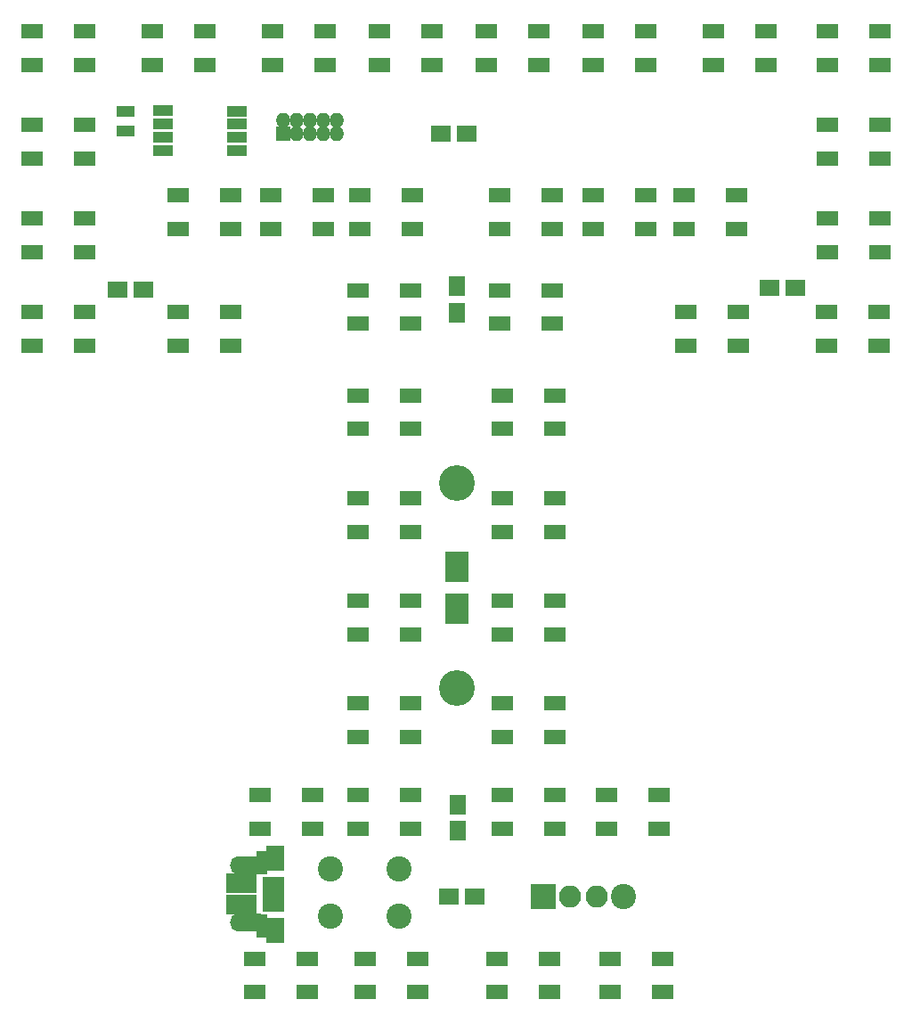
<source format=gbr>
G04 #@! TF.GenerationSoftware,KiCad,Pcbnew,(5.0.0)*
G04 #@! TF.CreationDate,2020-03-01T19:28:45-05:00*
G04 #@! TF.ProjectId,WS2812B Tiny T,575332383132422054696E7920542E6B,rev?*
G04 #@! TF.SameCoordinates,Original*
G04 #@! TF.FileFunction,Soldermask,Top*
G04 #@! TF.FilePolarity,Negative*
%FSLAX46Y46*%
G04 Gerber Fmt 4.6, Leading zero omitted, Abs format (unit mm)*
G04 Created by KiCad (PCBNEW (5.0.0)) date 03/01/20 19:28:45*
%MOMM*%
%LPD*%
G01*
G04 APERTURE LIST*
%ADD10C,3.400000*%
%ADD11R,2.000000X1.400000*%
%ADD12R,1.900000X1.650000*%
%ADD13R,1.650000X1.900000*%
%ADD14C,2.400000*%
%ADD15R,1.700000X1.100000*%
%ADD16R,1.950000X1.000000*%
%ADD17R,2.200000X2.900000*%
%ADD18O,2.100000X2.100000*%
%ADD19R,2.400000X2.400000*%
%ADD20O,1.400000X1.400000*%
%ADD21R,1.400000X1.400000*%
%ADD22R,2.900000X1.825000*%
%ADD23R,1.100000X2.225000*%
%ADD24O,3.550000X1.700000*%
%ADD25R,1.800000X2.400000*%
%ADD26R,2.150000X0.800000*%
G04 APERTURE END LIST*
D10*
G04 #@! TO.C,J1*
X127512000Y-121412000D03*
X127512000Y-101912000D03*
G04 #@! TD*
D11*
G04 #@! TO.C,U1*
X87162000Y-85712500D03*
X87162000Y-88912500D03*
X92162000Y-85712500D03*
X92162000Y-88912500D03*
G04 #@! TD*
G04 #@! TO.C,U2*
X92162000Y-80022500D03*
X92162000Y-76822500D03*
X87162000Y-80022500D03*
X87162000Y-76822500D03*
G04 #@! TD*
G04 #@! TO.C,U3*
X87162000Y-67932500D03*
X87162000Y-71132500D03*
X92162000Y-67932500D03*
X92162000Y-71132500D03*
G04 #@! TD*
G04 #@! TO.C,U4*
X92162000Y-62242500D03*
X92162000Y-59042500D03*
X87162000Y-62242500D03*
X87162000Y-59042500D03*
G04 #@! TD*
G04 #@! TO.C,U5*
X98592000Y-59042500D03*
X98592000Y-62242500D03*
X103592000Y-59042500D03*
X103592000Y-62242500D03*
G04 #@! TD*
G04 #@! TO.C,U6*
X115022000Y-62242500D03*
X115022000Y-59042500D03*
X110022000Y-62242500D03*
X110022000Y-59042500D03*
G04 #@! TD*
G04 #@! TO.C,U7*
X120182000Y-59042500D03*
X120182000Y-62242500D03*
X125182000Y-59042500D03*
X125182000Y-62242500D03*
G04 #@! TD*
G04 #@! TO.C,U8*
X135342000Y-62242500D03*
X135342000Y-59042500D03*
X130342000Y-62242500D03*
X130342000Y-59042500D03*
G04 #@! TD*
G04 #@! TO.C,U9*
X140462000Y-59042500D03*
X140462000Y-62242500D03*
X145462000Y-59042500D03*
X145462000Y-62242500D03*
G04 #@! TD*
G04 #@! TO.C,U10*
X156932000Y-62242500D03*
X156932000Y-59042500D03*
X151932000Y-62242500D03*
X151932000Y-59042500D03*
G04 #@! TD*
G04 #@! TO.C,U11*
X162727000Y-59042500D03*
X162727000Y-62242500D03*
X167727000Y-59042500D03*
X167727000Y-62242500D03*
G04 #@! TD*
G04 #@! TO.C,U12*
X167727000Y-71132500D03*
X167727000Y-67932500D03*
X162727000Y-71132500D03*
X162727000Y-67932500D03*
G04 #@! TD*
G04 #@! TO.C,U13*
X162727000Y-76822500D03*
X162727000Y-80022500D03*
X167727000Y-76822500D03*
X167727000Y-80022500D03*
G04 #@! TD*
G04 #@! TO.C,U15*
X154301000Y-88912500D03*
X154301000Y-85712500D03*
X149301000Y-88912500D03*
X149301000Y-85712500D03*
G04 #@! TD*
G04 #@! TO.C,U16*
X149098000Y-74622500D03*
X149098000Y-77822500D03*
X154098000Y-74622500D03*
X154098000Y-77822500D03*
G04 #@! TD*
G04 #@! TO.C,U17*
X145502000Y-77822500D03*
X145502000Y-74622500D03*
X140502000Y-77822500D03*
X140502000Y-74622500D03*
G04 #@! TD*
G04 #@! TO.C,U18*
X131612000Y-74622500D03*
X131612000Y-77822500D03*
X136612000Y-74622500D03*
X136612000Y-77822500D03*
G04 #@! TD*
G04 #@! TO.C,U19*
X136612000Y-86822500D03*
X136612000Y-83622500D03*
X131612000Y-86822500D03*
X131612000Y-83622500D03*
G04 #@! TD*
G04 #@! TO.C,U20*
X131812000Y-93622500D03*
X131812000Y-96822500D03*
X136812000Y-93622500D03*
X136812000Y-96822500D03*
G04 #@! TD*
G04 #@! TO.C,U21*
X131812000Y-103372000D03*
X131812000Y-106572000D03*
X136812000Y-103372000D03*
X136812000Y-106572000D03*
G04 #@! TD*
G04 #@! TO.C,U22*
X136812000Y-116322000D03*
X136812000Y-113122000D03*
X131812000Y-116322000D03*
X131812000Y-113122000D03*
G04 #@! TD*
G04 #@! TO.C,U23*
X131812000Y-122872000D03*
X131812000Y-126072000D03*
X136812000Y-122872000D03*
X136812000Y-126072000D03*
G04 #@! TD*
G04 #@! TO.C,U24*
X136812000Y-134822000D03*
X136812000Y-131622000D03*
X131812000Y-134822000D03*
X131812000Y-131622000D03*
G04 #@! TD*
G04 #@! TO.C,U25*
X141772000Y-131622000D03*
X141772000Y-134822000D03*
X146772000Y-131622000D03*
X146772000Y-134822000D03*
G04 #@! TD*
G04 #@! TO.C,U26*
X147062000Y-150322000D03*
X147062000Y-147122000D03*
X142062000Y-150322000D03*
X142062000Y-147122000D03*
G04 #@! TD*
G04 #@! TO.C,U27*
X131312000Y-147122000D03*
X131312000Y-150322000D03*
X136312000Y-147122000D03*
X136312000Y-150322000D03*
G04 #@! TD*
G04 #@! TO.C,U28*
X123812000Y-150322000D03*
X123812000Y-147122000D03*
X118812000Y-150322000D03*
X118812000Y-147122000D03*
G04 #@! TD*
G04 #@! TO.C,U29*
X108312000Y-147122000D03*
X108312000Y-150322000D03*
X113312000Y-147122000D03*
X113312000Y-150322000D03*
G04 #@! TD*
G04 #@! TO.C,U30*
X113812000Y-134822000D03*
X113812000Y-131622000D03*
X108812000Y-134822000D03*
X108812000Y-131622000D03*
G04 #@! TD*
G04 #@! TO.C,U31*
X118142000Y-131622000D03*
X118142000Y-134822000D03*
X123142000Y-131622000D03*
X123142000Y-134822000D03*
G04 #@! TD*
G04 #@! TO.C,U32*
X123142000Y-126072000D03*
X123142000Y-122872000D03*
X118142000Y-126072000D03*
X118142000Y-122872000D03*
G04 #@! TD*
G04 #@! TO.C,U33*
X118142000Y-113122000D03*
X118142000Y-116322000D03*
X123142000Y-113122000D03*
X123142000Y-116322000D03*
G04 #@! TD*
G04 #@! TO.C,U34*
X123142000Y-106572000D03*
X123142000Y-103372000D03*
X118142000Y-106572000D03*
X118142000Y-103372000D03*
G04 #@! TD*
G04 #@! TO.C,U35*
X118142000Y-93622500D03*
X118142000Y-96822500D03*
X123142000Y-93622500D03*
X123142000Y-96822500D03*
G04 #@! TD*
G04 #@! TO.C,U36*
X123142000Y-86822500D03*
X123142000Y-83622500D03*
X118142000Y-86822500D03*
X118142000Y-83622500D03*
G04 #@! TD*
G04 #@! TO.C,U37*
X118312000Y-74622500D03*
X118312000Y-77822500D03*
X123312000Y-74622500D03*
X123312000Y-77822500D03*
G04 #@! TD*
G04 #@! TO.C,U38*
X114812000Y-77822500D03*
X114812000Y-74622500D03*
X109812000Y-77822500D03*
X109812000Y-74622500D03*
G04 #@! TD*
G04 #@! TO.C,U39*
X101062000Y-74622500D03*
X101062000Y-77822500D03*
X106062000Y-74622500D03*
X106062000Y-77822500D03*
G04 #@! TD*
G04 #@! TO.C,U14*
X162687000Y-85712500D03*
X162687000Y-88912500D03*
X167687000Y-85712500D03*
X167687000Y-88912500D03*
G04 #@! TD*
D12*
G04 #@! TO.C,C3*
X126750000Y-141200000D03*
X129250000Y-141200000D03*
G04 #@! TD*
G04 #@! TO.C,C4*
X128500000Y-68750000D03*
X126000000Y-68750000D03*
G04 #@! TD*
G04 #@! TO.C,C5*
X97770000Y-83553300D03*
X95270000Y-83553300D03*
G04 #@! TD*
D13*
G04 #@! TO.C,C6*
X127500000Y-83250000D03*
X127500000Y-85750000D03*
G04 #@! TD*
D12*
G04 #@! TO.C,C7*
X157246000Y-83400900D03*
X159746000Y-83400900D03*
G04 #@! TD*
D13*
G04 #@! TO.C,C8*
X127600000Y-135000000D03*
X127600000Y-132500000D03*
G04 #@! TD*
D11*
G04 #@! TO.C,U40*
X101062000Y-85722500D03*
X101062000Y-88922500D03*
X106062000Y-85722500D03*
X106062000Y-88922500D03*
G04 #@! TD*
D14*
G04 #@! TO.C,SW1*
X122000000Y-138622000D03*
X122000000Y-143122000D03*
X115500000Y-138622000D03*
X115500000Y-143122000D03*
G04 #@! TD*
D15*
G04 #@! TO.C,R1*
X96000000Y-66600000D03*
X96000000Y-68500000D03*
G04 #@! TD*
D16*
G04 #@! TO.C,MCU1*
X99600000Y-66595000D03*
X99600000Y-67865000D03*
X99600000Y-69135000D03*
X99600000Y-70405000D03*
X106600000Y-70405000D03*
X106600000Y-69135000D03*
X106600000Y-67865000D03*
X106600000Y-66600000D03*
G04 #@! TD*
D17*
G04 #@! TO.C,D1*
X127500000Y-109900000D03*
X127500000Y-113900000D03*
G04 #@! TD*
D14*
G04 #@! TO.C,SW2*
X143370000Y-141250000D03*
D18*
X140830000Y-141250000D03*
X138290000Y-141250000D03*
D19*
X135750000Y-141250000D03*
G04 #@! TD*
D20*
G04 #@! TO.C,J2*
X116060000Y-67480000D03*
X116060000Y-68750000D03*
X114790000Y-67480000D03*
X114790000Y-68750000D03*
X113520000Y-67480000D03*
X113520000Y-68750000D03*
X112250000Y-67480000D03*
X112250000Y-68750000D03*
X110980000Y-67480000D03*
D21*
X110980000Y-68750000D03*
G04 #@! TD*
D22*
G04 #@! TO.C,USB1*
X107000000Y-142000000D03*
D23*
X108960000Y-138010000D03*
D24*
X107730000Y-138275000D03*
D25*
X110280000Y-137575000D03*
D26*
X110075000Y-139700000D03*
D25*
X110280000Y-144425000D03*
D26*
X110075000Y-140350000D03*
X110075000Y-141000000D03*
X110075000Y-141650000D03*
X110075000Y-142300000D03*
D24*
X107730000Y-143725000D03*
D23*
X108960000Y-143990000D03*
D22*
X107000000Y-140000000D03*
G04 #@! TD*
M02*

</source>
